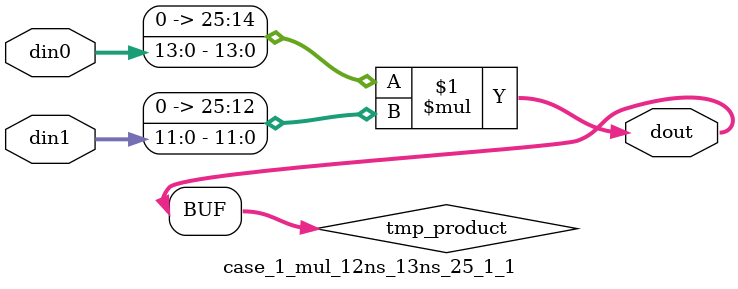
<source format=v>

`timescale 1 ns / 1 ps

 (* use_dsp = "no" *)  module case_1_mul_12ns_13ns_25_1_1(din0, din1, dout);
parameter ID = 1;
parameter NUM_STAGE = 0;
parameter din0_WIDTH = 14;
parameter din1_WIDTH = 12;
parameter dout_WIDTH = 26;

input [din0_WIDTH - 1 : 0] din0; 
input [din1_WIDTH - 1 : 0] din1; 
output [dout_WIDTH - 1 : 0] dout;

wire signed [dout_WIDTH - 1 : 0] tmp_product;
























assign tmp_product = $signed({1'b0, din0}) * $signed({1'b0, din1});











assign dout = tmp_product;





















endmodule

</source>
